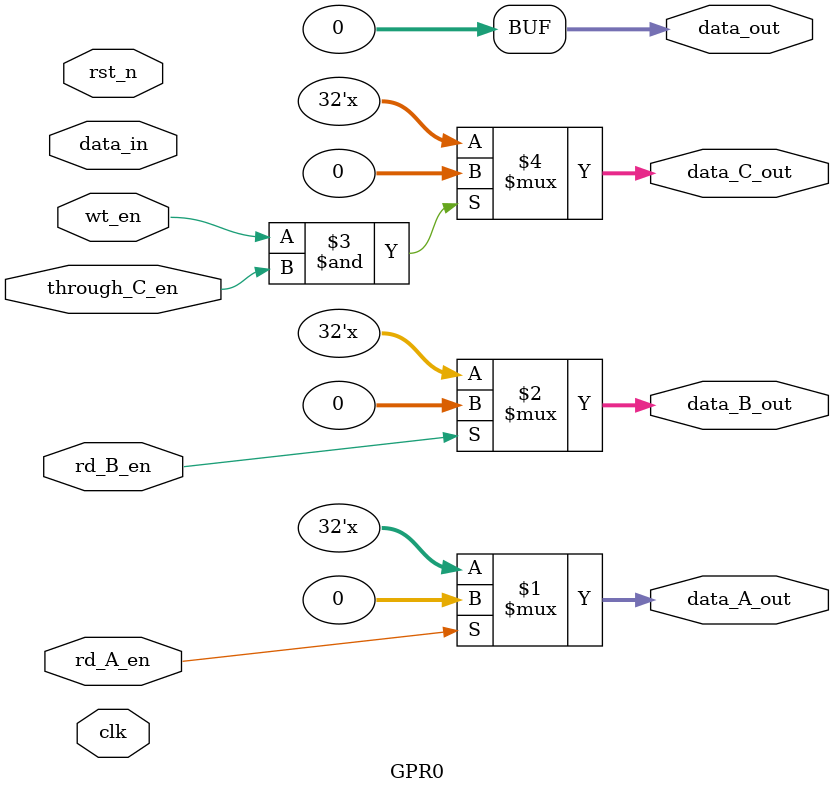
<source format=v>
/*
GPR0 Gpr0
(
    .clk(),
    .rst_n(),
    .wt_en(),
    .data_in(),
    .rd_A_en(),
    .data_A_out(),
    .rd_B_en(),
    .data_B_out(),
    .through_C_en(),
    .data_C_out(),
    .data_out()
);
*/

module GPR0
(
    input   wire        clk,
    input   wire        rst_n,

    input   wire        wt_en,
    input   wire[31:0]  data_in,
    
    input   wire        rd_A_en,
    output  wire[31:0]  data_A_out,

    input   wire        rd_B_en,
    output  wire[31:0]  data_B_out,

    input   wire        through_C_en,
    output  wire[31:0]  data_C_out,

    output  wire[31:0]  data_out
);

    assign data_A_out = rd_A_en ? 32'd0 : 32'bz;
    assign data_B_out = rd_B_en ? 32'd0 : 32'bz;
    assign data_C_out = wt_en & through_C_en ? 32'd0 : 32'bz;
    assign data_out = 32'd0;

endmodule
</source>
